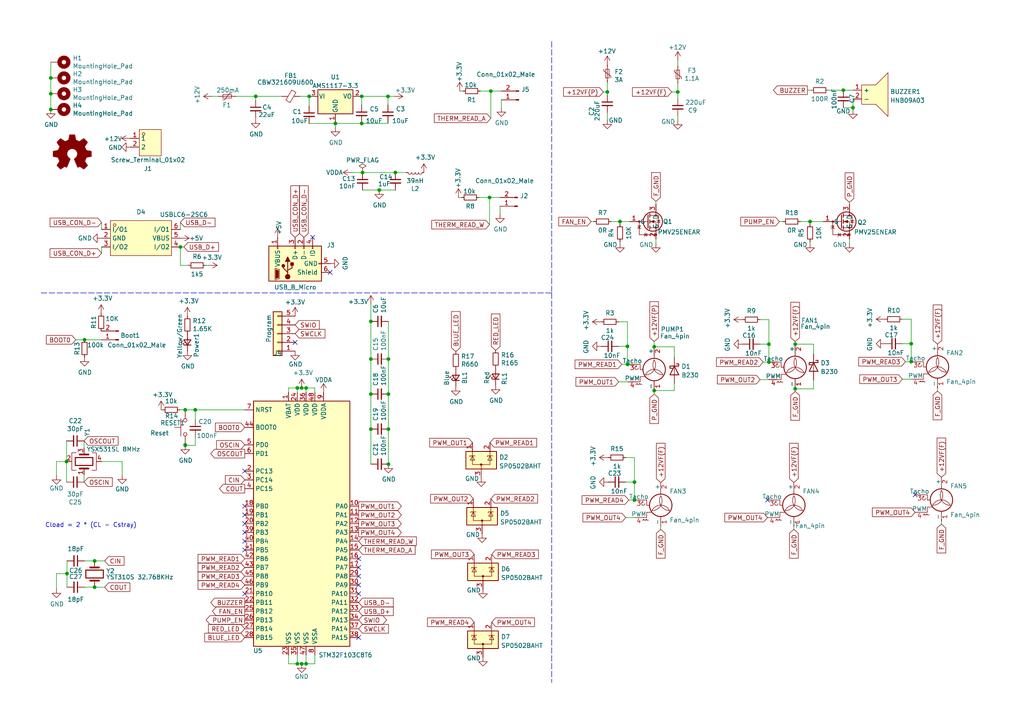
<source format=kicad_sch>
(kicad_sch (version 20211123) (generator eeschema)
  (paper "A4")
  (title_block (title "Opilio") (date "2022-08-15") (rev "4.0"))
  (junction (at 234.95 64.262))
  (junction (at 230.632 99.822))
  (junction (at 247.396 31.242))
  (junction (at 86.233 112.522))
  (junction (at 179.832 64.262))
  (junction (at 184.023 145.034))
  (junction (at 88.773 112.522))
  (junction (at 53.721 118.872))
  (junction (at 230.632 112.776))
  (junction (at 184.023 139.827))
  (junction (at 182.118 105.664))
  (junction (at 87.503 192.532))
  (junction (at 244.602 26.162))
  (junction (at 19.431 166.37))
  (junction (at 264.287 99.695))
  (junction (at 74.168 27.94))
  (junction (at 107.569 114.3))
  (junction (at 114.681 50.038))
  (junction (at 112.649 134.62))
  (junction (at 112.649 124.46))
  (junction (at 181.991 105.664))
  (junction (at 52.324 71.628))
  (junction (at 27.432 170.307))
  (junction (at 88.773 192.532))
  (junction (at 107.569 124.46))
  (junction (at 189.738 113.284))
  (junction (at 189.738 100.584))
  (junction (at 86.233 192.532))
  (junction (at 141.986 57.277))
  (junction (at 89.662 27.94))
  (junction (at 105.156 50.038))
  (junction (at 112.522 27.94))
  (junction (at 97.282 35.814))
  (junction (at 104.902 27.94))
  (junction (at 112.649 114.3))
  (junction (at 107.569 104.14))
  (junction (at 14.732 27.178))
  (junction (at 56.642 118.872))
  (junction (at 142.367 26.416))
  (junction (at 112.649 104.14))
  (junction (at 19.304 133.858))
  (junction (at 223.012 99.822))
  (junction (at 181.991 100.457))
  (junction (at 14.732 22.606))
  (junction (at 176.149 26.67))
  (junction (at 87.503 112.522))
  (junction (at 53.721 129.032))
  (junction (at 24.511 98.552))
  (junction (at 109.982 55.118))
  (junction (at 14.732 31.75))
  (junction (at 107.569 93.218))
  (junction (at 27.432 162.687))
  (junction (at 104.902 35.814))
  (junction (at 223.012 105.029))
  (junction (at 264.287 104.902))
  (junction (at 196.596 26.67))
  (junction (at 53.721 129.159))
  (no_connect (at 70.993 136.652))
  (no_connect (at 90.678 68.834))
  (no_connect (at 222.631 145.034))
  (no_connect (at 70.993 156.972))
  (no_connect (at 95.758 78.994))
  (no_connect (at 104.013 162.052))
  (no_connect (at 70.993 149.352))
  (no_connect (at 104.013 167.132))
  (no_connect (at 70.993 159.512))
  (no_connect (at 104.013 172.212))
  (no_connect (at 70.993 172.212))
  (no_connect (at 104.013 169.672))
  (no_connect (at 70.993 151.892))
  (no_connect (at 85.598 99.314))
  (no_connect (at 265.43 143.51))
  (no_connect (at 104.013 184.912))
  (no_connect (at 70.993 146.812))
  (no_connect (at 104.013 164.592))
  (no_connect (at 70.993 154.432))
  (wire (pts (xy 102.108 50.038) (xy 105.156 50.038)))
  (wire (pts (xy 56.642 126.746) (xy 56.642 129.159)))
  (wire (pts (xy 182.118 105.664) (xy 181.991 105.664)))
  (wire (pts (xy 88.773 192.532) (xy 91.313 192.532)))
  (wire (pts (xy 234.95 64.262) (xy 234.95 65.024)))
  (wire (pts (xy 105.156 50.038) (xy 114.681 50.038)))
  (wire (pts (xy 273.05 151.13) (xy 273.05 152.019)))
  (wire (pts (xy 141.986 57.277) (xy 145.034 57.277)))
  (wire (pts (xy 142.367 34.29) (xy 142.367 26.416)))
  (wire (pts (xy 230.632 99.822) (xy 230.632 99.949)))
  (wire (pts (xy 179.832 70.612) (xy 179.832 70.104)))
  (wire (pts (xy 59.69 76.962) (xy 60.452 76.962)))
  (wire (pts (xy 234.95 70.104) (xy 234.95 70.612)))
  (wire (pts (xy 181.991 93.345) (xy 179.451 93.345)))
  (wire (pts (xy 176.149 34.798) (xy 176.149 32.639)))
  (wire (pts (xy 97.282 35.814) (xy 97.282 35.56)))
  (wire (pts (xy 271.907 112.522) (xy 271.907 113.411)))
  (wire (pts (xy 29.464 133.858) (xy 35.433 133.858)))
  (wire (pts (xy 264.287 109.982) (xy 261.747 109.982)))
  (wire (pts (xy 244.602 26.162) (xy 247.396 26.162)))
  (wire (pts (xy 235.966 99.822) (xy 230.632 99.822)))
  (wire (pts (xy 226.06 64.262) (xy 227.076 64.262)))
  (wire (pts (xy 91.313 192.532) (xy 91.313 189.992)))
  (wire (pts (xy 145.034 59.817) (xy 145.034 62.103)))
  (wire (pts (xy 261.747 99.695) (xy 264.287 99.695)))
  (wire (pts (xy 196.596 33.655) (xy 196.596 34.925)))
  (wire (pts (xy 138.938 57.277) (xy 141.986 57.277)))
  (wire (pts (xy 27.432 170.307) (xy 30.353 170.307)))
  (wire (pts (xy 109.982 55.118) (xy 114.681 55.118)))
  (wire (pts (xy 97.282 36.957) (xy 97.282 35.814)))
  (wire (pts (xy 184.023 139.827) (xy 184.023 132.715)))
  (wire (pts (xy 61.595 27.94) (xy 63.373 27.94)))
  (wire (pts (xy 132.969 57.277) (xy 133.858 57.277)))
  (wire (pts (xy 181.483 139.827) (xy 184.023 139.827)))
  (wire (pts (xy 179.832 64.262) (xy 182.626 64.262)))
  (wire (pts (xy 86.233 112.522) (xy 87.503 112.522)))
  (wire (pts (xy 83.693 112.522) (xy 83.693 113.792)))
  (wire (pts (xy 264.287 104.902) (xy 262.636 104.902)))
  (wire (pts (xy 87.503 112.522) (xy 88.773 112.522)))
  (wire (pts (xy 184.023 145.034) (xy 184.023 139.827)))
  (wire (pts (xy 196.596 26.67) (xy 196.596 24.13)))
  (wire (pts (xy 181.991 105.664) (xy 180.34 105.664)))
  (wire (pts (xy 195.58 111.252) (xy 195.58 113.284)))
  (wire (pts (xy 56.642 129.159) (xy 53.721 129.159)))
  (wire (pts (xy 112.522 35.814) (xy 104.902 35.814)))
  (wire (pts (xy 112.522 27.94) (xy 112.522 30.48)))
  (wire (pts (xy 87.503 192.532) (xy 88.773 192.532)))
  (wire (pts (xy 19.304 133.858) (xy 19.304 127.889)))
  (wire (pts (xy 53.721 129.159) (xy 53.721 129.032)))
  (wire (pts (xy 176.149 27.559) (xy 176.149 26.67)))
  (wire (pts (xy 86.233 192.532) (xy 87.503 192.532)))
  (wire (pts (xy 112.522 35.56) (xy 112.522 35.814)))
  (wire (pts (xy 235.966 112.776) (xy 230.632 112.776)))
  (wire (pts (xy 24.384 139.827) (xy 24.384 137.668)))
  (wire (pts (xy 230.632 112.649) (xy 230.632 112.776)))
  (wire (pts (xy 52.324 76.962) (xy 52.324 71.628)))
  (wire (pts (xy 235.966 110.236) (xy 235.966 112.776)))
  (wire (pts (xy 240.284 26.162) (xy 244.602 26.162)))
  (wire (pts (xy 83.693 192.532) (xy 86.233 192.532)))
  (wire (pts (xy 52.324 71.628) (xy 53.34 71.628)))
  (wire (pts (xy 16.383 133.858) (xy 16.383 137.922)))
  (wire (pts (xy 114.3 27.94) (xy 112.522 27.94)))
  (wire (pts (xy 88.773 112.522) (xy 88.773 113.792)))
  (wire (pts (xy 86.233 112.522) (xy 86.233 113.792)))
  (wire (pts (xy 264.287 104.902) (xy 264.287 99.695)))
  (wire (pts (xy 234.95 64.262) (xy 238.76 64.262)))
  (wire (pts (xy 177.292 64.262) (xy 179.832 64.262)))
  (wire (pts (xy 56.642 118.872) (xy 56.642 121.666)))
  (wire (pts (xy 230.632 112.776) (xy 230.632 113.538)))
  (wire (pts (xy 114.681 50.038) (xy 117.856 50.038)))
  (wire (pts (xy 194.818 26.67) (xy 196.596 26.67)))
  (wire (pts (xy 223.012 105.029) (xy 223.012 99.822)))
  (wire (pts (xy 195.58 113.284) (xy 189.738 113.284)))
  (wire (pts (xy 91.313 112.522) (xy 91.313 113.792)))
  (wire (pts (xy 181.991 105.664) (xy 181.991 100.457)))
  (wire (pts (xy 133.35 26.416) (xy 134.239 26.416)))
  (wire (pts (xy 83.693 189.992) (xy 83.693 192.532)))
  (wire (pts (xy 112.649 93.218) (xy 112.649 104.14)))
  (wire (pts (xy 176.149 26.67) (xy 175.006 26.67)))
  (wire (pts (xy 112.522 27.94) (xy 104.902 27.94)))
  (wire (pts (xy 21.971 98.552) (xy 24.511 98.552)))
  (wire (pts (xy 195.58 103.632) (xy 195.58 100.584)))
  (wire (pts (xy 19.304 139.827) (xy 19.304 133.858)))
  (wire (pts (xy 107.569 134.62) (xy 107.569 124.46)))
  (wire (pts (xy 56.642 118.872) (xy 70.993 118.872)))
  (wire (pts (xy 24.384 130.048) (xy 24.384 127.889)))
  (wire (pts (xy 181.991 100.457) (xy 181.991 93.345)))
  (wire (pts (xy 19.431 166.37) (xy 19.431 170.307)))
  (wire (pts (xy 105.156 55.118) (xy 109.982 55.118)))
  (wire (pts (xy 54.61 76.962) (xy 52.324 76.962)))
  (wire (pts (xy 97.282 35.814) (xy 104.902 35.814)))
  (wire (pts (xy 107.569 114.3) (xy 107.569 104.14)))
  (wire (pts (xy 176.149 26.67) (xy 176.149 23.876)))
  (wire (pts (xy 112.649 134.62) (xy 112.649 124.46)))
  (wire (pts (xy 52.197 118.872) (xy 53.721 118.872)))
  (wire (pts (xy 14.732 27.178) (xy 14.732 31.75)))
  (wire (pts (xy 74.168 34.544) (xy 74.168 34.163)))
  (wire (pts (xy 196.596 19.05) (xy 196.596 17.526)))
  (wire (pts (xy 142.367 26.416) (xy 145.415 26.416)))
  (wire (pts (xy 191.643 152.654) (xy 191.643 153.543)))
  (wire (pts (xy 107.569 88.265) (xy 107.569 93.218)))
  (wire (pts (xy 182.118 110.744) (xy 179.451 110.744)))
  (wire (pts (xy 16.383 133.858) (xy 19.304 133.858)))
  (wire (pts (xy 86.868 27.94) (xy 89.662 27.94)))
  (wire (pts (xy 107.569 124.46) (xy 107.569 114.3)))
  (polyline (pts (xy 160.02 84.963) (xy 160.02 197.993)))
  (wire (pts (xy 24.511 170.307) (xy 27.432 170.307)))
  (wire (pts (xy 235.966 102.616) (xy 235.966 99.822)))
  (wire (pts (xy 189.738 113.284) (xy 189.738 114.3)))
  (wire (pts (xy 16.383 166.37) (xy 19.431 166.37)))
  (wire (pts (xy 104.902 30.48) (xy 104.902 27.94)))
  (wire (pts (xy 246.38 58.674) (xy 246.38 59.182)))
  (wire (pts (xy 244.602 31.242) (xy 247.396 31.242)))
  (wire (pts (xy 86.233 189.992) (xy 86.233 192.532)))
  (wire (pts (xy 139.319 26.416) (xy 142.367 26.416)))
  (wire (pts (xy 46.736 118.872) (xy 47.117 118.872)))
  (wire (pts (xy 223.012 92.71) (xy 220.472 92.71)))
  (wire (pts (xy 24.511 98.552) (xy 29.337 98.552)))
  (wire (pts (xy 88.773 112.522) (xy 91.313 112.522)))
  (polyline (pts (xy 160.02 12.065) (xy 160.02 84.963)))
  (wire (pts (xy 171.45 64.262) (xy 172.212 64.262)))
  (wire (pts (xy 107.569 93.218) (xy 107.569 104.14)))
  (wire (pts (xy 264.287 99.695) (xy 264.287 92.583)))
  (wire (pts (xy 179.451 100.457) (xy 181.991 100.457)))
  (wire (pts (xy 232.156 64.262) (xy 234.95 64.262)))
  (wire (pts (xy 52.324 64.516) (xy 52.324 66.548)))
  (wire (pts (xy 246.38 70.612) (xy 246.38 69.342)))
  (wire (pts (xy 14.732 18.034) (xy 14.732 22.606)))
  (wire (pts (xy 230.251 152.654) (xy 230.251 153.543)))
  (wire (pts (xy 29.464 73.406) (xy 29.464 71.628)))
  (wire (pts (xy 19.431 162.687) (xy 19.431 166.37)))
  (wire (pts (xy 83.693 112.522) (xy 86.233 112.522)))
  (wire (pts (xy 16.383 170.815) (xy 16.383 166.37)))
  (wire (pts (xy 24.511 162.687) (xy 27.432 162.687)))
  (wire (pts (xy 196.596 28.575) (xy 196.596 26.67)))
  (wire (pts (xy 53.721 118.872) (xy 56.642 118.872)))
  (wire (pts (xy 223.012 99.822) (xy 223.012 92.71)))
  (wire (pts (xy 247.396 31.242) (xy 247.396 28.702)))
  (wire (pts (xy 68.453 27.94) (xy 74.168 27.94)))
  (wire (pts (xy 223.012 105.029) (xy 221.361 105.029)))
  (wire (pts (xy 74.168 27.94) (xy 74.168 29.083)))
  (wire (pts (xy 29.464 64.516) (xy 29.464 66.548)))
  (wire (pts (xy 264.287 92.583) (xy 261.747 92.583)))
  (wire (pts (xy 14.732 22.606) (xy 14.732 27.178)))
  (wire (pts (xy 223.012 110.109) (xy 220.472 110.109)))
  (wire (pts (xy 27.432 162.687) (xy 30.353 162.687)))
  (wire (pts (xy 190.246 58.42) (xy 190.246 59.182)))
  (wire (pts (xy 104.902 35.56) (xy 104.902 35.814)))
  (wire (pts (xy 89.662 35.814) (xy 97.282 35.814)))
  (wire (pts (xy 220.472 99.822) (xy 223.012 99.822)))
  (wire (pts (xy 195.58 100.584) (xy 189.738 100.584)))
  (wire (pts (xy 89.662 27.94) (xy 89.662 30.734)))
  (wire (pts (xy 189.738 99.06) (xy 189.738 100.584)))
  (wire (pts (xy 145.415 28.956) (xy 145.415 31.242)))
  (wire (pts (xy 112.649 124.46) (xy 112.649 114.3)))
  (wire (pts (xy 184.023 132.715) (xy 181.483 132.715)))
  (wire (pts (xy 247.396 31.877) (xy 247.396 31.242)))
  (wire (pts (xy 190.246 70.612) (xy 190.246 69.342)))
  (wire (pts (xy 35.433 137.795) (xy 35.433 133.858)))
  (polyline (pts (xy 11.938 84.963) (xy 160.02 84.963)))
  (wire (pts (xy 74.168 27.94) (xy 81.788 27.94)))
  (wire (pts (xy 88.773 189.992) (xy 88.773 192.532)))
  (wire (pts (xy 184.023 145.034) (xy 182.372 145.034)))
  (wire (pts (xy 179.832 65.024) (xy 179.832 64.262)))
  (wire (pts (xy 234.188 26.162) (xy 235.204 26.162)))
  (wire (pts (xy 230.632 99.06) (xy 230.632 99.822)))
  (wire (pts (xy 184.023 150.114) (xy 181.483 150.114)))
  (wire (pts (xy 141.986 65.151) (xy 141.986 57.277)))
  (wire (pts (xy 112.649 114.3) (xy 112.649 104.14)))
  (text "Cload = 2 * (CL - Cstray)" (at 13.081 153.162 0) (effects (font (size 1.27 1.27)) (justify left bottom)))
  (global_label "PWM_OUT3" (shape input) (at 261.747 109.982 180) (property "Intersheet References" "${INTERSHEET_REFS}" (effects hide)))
  (global_label "F_GND" (shape input) (at 271.907 113.411 270) (property "Intersheet References" "${INTERSHEET_REFS}" (effects hide)))
  (global_label "BUZZER" (shape output) (at 70.993 174.752 180) (property "Intersheet References" "${INTERSHEET_REFS}" (effects hide)))
  (global_label "PWM_OUT1" (shape input) (at 137.033 128.397 180) (property "Intersheet References" "${INTERSHEET_REFS}" (effects hide)))
  (global_label "+12VF(F)" (shape input) (at 194.818 26.67 180) (property "Intersheet References" "${INTERSHEET_REFS}" (effects hide)))
  (global_label "PWM_READ2" (shape input) (at 142.367 144.653 0) (property "Intersheet References" "${INTERSHEET_REFS}" (effects hide)))
  (global_label "OSCOUT" (shape input) (at 24.384 127.889 0) (property "Intersheet References" "${INTERSHEET_REFS}" (effects hide)))
  (global_label "OSCOUT" (shape output) (at 70.993 131.572 180) (property "Intersheet References" "${INTERSHEET_REFS}" (effects hide)))
  (global_label "USB_CON_D-" (shape input) (at 29.464 64.516 180) (property "Intersheet References" "${INTERSHEET_REFS}" (effects hide)))
  (global_label "PUMP_EN" (shape input) (at 226.06 64.262 180) (property "Intersheet References" "${INTERSHEET_REFS}" (effects hide)))
  (global_label "RED_LED" (shape input) (at 70.993 182.372 180) (property "Intersheet References" "${INTERSHEET_REFS}" (effects hide)))
  (global_label "PWM_OUT4" (shape input) (at 181.483 150.114 180) (property "Intersheet References" "${INTERSHEET_REFS}" (effects hide)))
  (global_label "PWM_READ3" (shape input) (at 142.621 160.782 0) (property "Intersheet References" "${INTERSHEET_REFS}" (effects hide)))
  (global_label "PWM_OUT3" (shape input) (at 137.541 160.782 180) (property "Intersheet References" "${INTERSHEET_REFS}" (effects hide)))
  (global_label "COUT" (shape output) (at 70.993 141.732 180) (property "Intersheet References" "${INTERSHEET_REFS}" (effects hide)))
  (global_label "P_GND" (shape input) (at 189.738 114.3 270) (property "Intersheet References" "${INTERSHEET_REFS}" (effects hide)))
  (global_label "USB_CON_D+" (shape input) (at 29.464 73.406 180) (property "Intersheet References" "${INTERSHEET_REFS}" (effects hide)))
  (global_label "F_GND" (shape input) (at 273.05 152.019 270) (property "Intersheet References" "${INTERSHEET_REFS}" (effects hide)))
  (global_label "SWIO" (shape input) (at 85.598 94.234 0) (property "Intersheet References" "${INTERSHEET_REFS}" (effects hide)))
  (global_label "BUZZER" (shape output) (at 234.188 26.162 180) (property "Intersheet References" "${INTERSHEET_REFS}" (effects hide)))
  (global_label "PWM_READ2" (shape input) (at 70.993 164.592 180) (property "Intersheet References" "${INTERSHEET_REFS}" (effects hide)))
  (global_label "P_GND" (shape input) (at 246.38 58.674 90) (property "Intersheet References" "${INTERSHEET_REFS}" (effects hide)))
  (global_label "+12VF(P)" (shape input) (at 189.738 99.06 90) (property "Intersheet References" "${INTERSHEET_REFS}" (effects hide)))
  (global_label "PWM_OUT4" (shape input) (at 222.631 150.114 180) (property "Intersheet References" "${INTERSHEET_REFS}" (effects hide)))
  (global_label "THERM_READ_W" (shape input) (at 141.986 65.151 180) (property "Intersheet References" "${INTERSHEET_REFS}" (effects hide)))
  (global_label "+12VF(F)" (shape input) (at 271.907 99.822 90) (property "Intersheet References" "${INTERSHEET_REFS}" (effects hide)))
  (global_label "PWM_READ1" (shape input) (at 142.113 128.397 0) (property "Intersheet References" "${INTERSHEET_REFS}" (effects hide)))
  (global_label "PWM_READ3" (shape input) (at 262.636 104.902 180) (property "Intersheet References" "${INTERSHEET_REFS}" (effects hide)))
  (global_label "F_GND" (shape input) (at 230.251 153.543 270) (property "Intersheet References" "${INTERSHEET_REFS}" (effects hide)))
  (global_label "PWM_OUT1" (shape output) (at 104.013 146.812 0) (property "Intersheet References" "${INTERSHEET_REFS}" (effects hide)))
  (global_label "USB_D+" (shape input) (at 104.013 177.292 0) (property "Intersheet References" "${INTERSHEET_REFS}" (effects hide)))
  (global_label "BLUE_LED" (shape input) (at 70.993 184.912 180) (property "Intersheet References" "${INTERSHEET_REFS}" (effects hide)))
  (global_label "+12VF(F)" (shape input) (at 230.251 139.954 90) (property "Intersheet References" "${INTERSHEET_REFS}" (effects hide)))
  (global_label "PWM_OUT4" (shape input) (at 265.43 148.59 180) (property "Intersheet References" "${INTERSHEET_REFS}" (effects hide)))
  (global_label "+12VF(F)" (shape input) (at 191.643 139.954 90) (property "Intersheet References" "${INTERSHEET_REFS}" (effects hide)))
  (global_label "RED_LED" (shape input) (at 143.764 101.6 90) (property "Intersheet References" "${INTERSHEET_REFS}" (effects hide)))
  (global_label "THERM_READ_A" (shape input) (at 104.013 159.512 0) (property "Intersheet References" "${INTERSHEET_REFS}" (effects hide)))
  (global_label "SWIO" (shape bidirectional) (at 104.013 179.832 0) (property "Intersheet References" "${INTERSHEET_REFS}" (effects hide)))
  (global_label "BOOT0" (shape input) (at 70.993 123.952 180) (property "Intersheet References" "${INTERSHEET_REFS}" (effects hide)))
  (global_label "SWCLK" (shape input) (at 85.598 96.774 0) (property "Intersheet References" "${INTERSHEET_REFS}" (effects hide)))
  (global_label "FAN_EN" (shape output) (at 70.993 177.292 180) (property "Intersheet References" "${INTERSHEET_REFS}" (effects hide)))
  (global_label "PWM_READ1" (shape input) (at 180.34 105.664 180) (property "Intersheet References" "${INTERSHEET_REFS}" (effects hide)))
  (global_label "PWM_READ4" (shape input) (at 137.541 180.467 180) (property "Intersheet References" "${INTERSHEET_REFS}" (effects hide)))
  (global_label "F_GND" (shape input) (at 190.246 58.42 90) (property "Intersheet References" "${INTERSHEET_REFS}" (effects hide)))
  (global_label "PWM_OUT4" (shape input) (at 142.621 180.467 0) (property "Intersheet References" "${INTERSHEET_REFS}" (effects hide)))
  (global_label "FAN_EN" (shape input) (at 171.45 64.262 180) (property "Intersheet References" "${INTERSHEET_REFS}" (effects hide)))
  (global_label "BOOT0" (shape input) (at 21.971 98.552 180) (property "Intersheet References" "${INTERSHEET_REFS}" (effects hide)))
  (global_label "OSCIN" (shape input) (at 70.993 129.032 180) (property "Intersheet References" "${INTERSHEET_REFS}" (effects hide)))
  (global_label "OSCIN" (shape input) (at 24.384 139.827 0) (property "Intersheet References" "${INTERSHEET_REFS}" (effects hide)))
  (global_label "PWM_OUT1" (shape input) (at 179.451 110.744 180) (property "Intersheet References" "${INTERSHEET_REFS}" (effects hide)))
  (global_label "USB_D-" (shape input) (at 104.013 174.752 0) (property "Intersheet References" "${INTERSHEET_REFS}" (effects hide)))
  (global_label "CIN" (shape input) (at 30.353 162.687 0) (property "Intersheet References" "${INTERSHEET_REFS}" (effects hide)))
  (global_label "USB_CON_D+" (shape input) (at 85.598 68.834 90) (property "Intersheet References" "${INTERSHEET_REFS}" (effects hide)))
  (global_label "PWM_READ2" (shape input) (at 221.361 105.029 180) (property "Intersheet References" "${INTERSHEET_REFS}" (effects hide)))
  (global_label "USB_D-" (shape input) (at 52.324 64.516 0) (property "Intersheet References" "${INTERSHEET_REFS}" (effects hide)))
  (global_label "PWM_READ4" (shape input) (at 182.372 145.034 180) (property "Intersheet References" "${INTERSHEET_REFS}" (effects hide)))
  (global_label "BLUE_LED" (shape input) (at 132.207 101.981 90) (property "Intersheet References" "${INTERSHEET_REFS}" (effects hide)))
  (global_label "PWM_OUT2" (shape input) (at 220.472 110.109 180) (property "Intersheet References" "${INTERSHEET_REFS}" (effects hide)))
  (global_label "USB_CON_D-" (shape input) (at 88.138 68.834 90) (property "Intersheet References" "${INTERSHEET_REFS}" (effects hide)))
  (global_label "PWM_READ4" (shape input) (at 70.993 169.672 180) (property "Intersheet References" "${INTERSHEET_REFS}" (effects hide)))
  (global_label "PUMP_EN" (shape output) (at 70.993 179.832 180) (property "Intersheet References" "${INTERSHEET_REFS}" (effects hide)))
  (global_label "PWM_OUT3" (shape output) (at 104.013 151.892 0) (property "Intersheet References" "${INTERSHEET_REFS}" (effects hide)))
  (global_label "PWM_READ1" (shape input) (at 70.993 162.052 180) (property "Intersheet References" "${INTERSHEET_REFS}" (effects hide)))
  (global_label "PWM_OUT2" (shape output) (at 104.013 149.352 0) (property "Intersheet References" "${INTERSHEET_REFS}" (effects hide)))
  (global_label "CIN" (shape input) (at 70.993 139.192 180) (property "Intersheet References" "${INTERSHEET_REFS}" (effects hide)))
  (global_label "PWM_READ3" (shape input) (at 70.993 167.132 180) (property "Intersheet References" "${INTERSHEET_REFS}" (effects hide)))
  (global_label "+12VF(P)" (shape input) (at 175.006 26.67 180) (property "Intersheet References" "${INTERSHEET_REFS}" (effects hide)))
  (global_label "PWM_OUT2" (shape input) (at 137.287 144.653 180) (property "Intersheet References" "${INTERSHEET_REFS}" (effects hide)))
  (global_label "THERM_READ_W" (shape input) (at 104.013 156.972 0) (property "Intersheet References" "${INTERSHEET_REFS}" (effects hide)))
  (global_label "F_GND" (shape input) (at 191.643 153.543 270) (property "Intersheet References" "${INTERSHEET_REFS}" (effects hide)))
  (global_label "COUT" (shape input) (at 30.353 170.307 0) (property "Intersheet References" "${INTERSHEET_REFS}" (effects hide)))
  (global_label "USB_D+" (shape input) (at 53.34 71.628 0) (property "Intersheet References" "${INTERSHEET_REFS}" (effects hide)))
  (global_label "PWM_OUT4" (shape output) (at 104.013 154.432 0) (property "Intersheet References" "${INTERSHEET_REFS}" (effects hide)))
  (global_label "+12VF(F)" (shape input) (at 230.632 99.06 90) (property "Intersheet References" "${INTERSHEET_REFS}" (effects hide)))
  (global_label "SWCLK" (shape input) (at 104.013 182.372 0) (property "Intersheet References" "${INTERSHEET_REFS}" (effects hide)))
  (global_label "+12VF(F)" (shape input) (at 273.05 138.43 90) (property "Intersheet References" "${INTERSHEET_REFS}" (effects hide)))
  (global_label "F_GND" (shape input) (at 230.632 113.538 270) (property "Intersheet References" "${INTERSHEET_REFS}" (effects hide)))
  (global_label "THERM_READ_A" (shape input) (at 142.367 34.29 180) (property "Intersheet References" "${INTERSHEET_REFS}" (effects hide)))
  (symbol (lib_id "Device:R_Small") (at 49.657 118.872 90) (unit 1)
    (property "Reference" "R14" (at 49.784 120.65 90))
    (property "Value" "10k" (at 49.657 116.332 90))
    (property "Footprint" "Resistor_SMD:R_0603_1608Metric_Pad0.98x0.95mm_HandSolder" (effects hide))
  )
  (symbol (lib_id "Mechanical:MountingHole_Pad") (at 17.272 27.178 270) (unit 1)
    (property "Reference" "H3" (at 21.082 26.0096 90) (effects (justify left)))
    (property "Value" "MountingHole_Pad" (at 21.082 28.321 90) (effects (justify left)))
    (property "Footprint" "MountingHole:MountingHole_3mm_Pad_Via" (effects hide))
  )
  (symbol (lib_id "power:VDDA") (at 102.108 50.038 90) (unit 1)
    (property "Reference" "#PWR027" (effects hide))
    (property "Value" "VDDA" (at 97.028 50.038 90))
  )
  (symbol (lib_id "power:+3.3V") (at 133.35 26.416 0) (unit 1)
    (property "Reference" "#PWR01" (effects hide))
    (property "Value" "+3.3V" (at 133.223 20.828 90))
  )
  (symbol (lib_id "Connector:Conn_01x02_Male") (at 150.495 28.956 180) (unit 1)
    (property "Reference" "J5" (at 151.2062 25.9588 0) (effects (justify right)))
    (property "Value" "Conn_01x02_Male" (at 138.176 21.59 0) (effects (justify right)))
    (property "Footprint" "Connector_PinHeader_2.54mm:PinHeader_1x02_P2.54mm_Vertical" (effects hide))
  )
  (symbol (lib_id "Power_Protection:SP0502BAHT") (at 139.827 149.733 0) (unit 1)
    (property "Reference" "D5" (at 145.034 148.8983 0) (effects (justify left)))
    (property "Value" "SP0502BAHT" (at 145.034 151.4352 0) (effects (justify left)))
    (property "Footprint" "Package_TO_SOT_SMD:SOT-23" (effects hide))
    (property "Datasheet" "http://www.littelfuse.com/~/media/files/littelfuse/technical%20resources/documents/data%20sheets/sp05xxba.pdf" (effects hide))
  )
  (symbol (lib_id "Device:R_Small") (at 143.764 104.14 0) (unit 1)
    (property "Reference" "R16" (at 145.2626 102.9716 0) (effects (justify left)))
    (property "Value" "R165" (at 145.2626 105.283 0) (effects (justify left)))
    (property "Footprint" "Resistor_SMD:R_0603_1608Metric_Pad0.98x0.95mm_HandSolder" (effects hide))
  )
  (symbol (lib_id "power:GND") (at 24.511 103.632 0) (unit 1)
    (property "Reference" "#PWR046" (effects hide))
    (property "Value" "GND" (at 24.638 108.0262 0))
  )
  (symbol (lib_id "Motor:Fan_4pin") (at 230.251 147.574 0) (unit 1)
    (property "Reference" "FAN4" (at 232.791 142.494 0) (effects (justify left)))
    (property "Value" "Fan_4pin" (at 230.632 151.765 0) (effects (justify left top)))
    (property "Footprint" "Custom:FanPinHeader_1x04_P2.54mm_Vertical_no_hole" (effects hide))
    (property "Datasheet" "http://www.formfactors.org/developer%5Cspecs%5Crev1_2_public.pdf" (effects hide))
  )
  (symbol (lib_id "power:GND") (at 145.034 62.103 0) (unit 1)
    (property "Reference" "#PWR033" (effects hide))
    (property "Value" "GND" (at 145.161 66.4972 0))
  )
  (symbol (lib_id "Device:C_Small") (at 89.662 33.274 0) (unit 1)
    (property "Reference" "C1" (at 84.836 32.385 0) (effects (justify left)))
    (property "Value" "10uF" (at 84.455 35.052 0) (effects (justify left)))
    (property "Footprint" "Capacitor_SMD:C_0603_1608Metric_Pad1.08x0.95mm_HandSolder" (effects hide))
  )
  (symbol (lib_id "Power_Protection:SP0502BAHT") (at 140.081 185.547 0) (unit 1)
    (property "Reference" "D7" (at 145.288 184.7123 0) (effects (justify left)))
    (property "Value" "SP0502BAHT" (at 145.288 187.2492 0) (effects (justify left)))
    (property "Footprint" "Package_TO_SOT_SMD:SOT-23" (effects hide))
    (property "Datasheet" "http://www.littelfuse.com/~/media/files/littelfuse/technical%20resources/documents/data%20sheets/sp05xxba.pdf" (effects hide))
  )
  (symbol (lib_id "power:GND") (at 54.356 101.854 0) (unit 1)
    (property "Reference" "#PWR039" (effects hide))
    (property "Value" "GND" (at 54.483 106.2482 0))
  )
  (symbol (lib_id "power:GND") (at 132.207 112.141 0) (unit 1)
    (property "Reference" "#PWR0102" (effects hide))
    (property "Value" "GND" (at 132.334 116.5352 0))
  )
  (symbol (lib_id "Device:C_Small") (at 217.932 99.822 90) (unit 1)
    (property "Reference" "C16" (at 219.202 97.282 90) (effects (justify left)))
    (property "Value" "10nF" (at 220.98 102.489 90) (effects (justify left)))
    (property "Footprint" "Capacitor_SMD:C_0603_1608Metric_Pad1.08x0.95mm_HandSolder" (effects hide))
  )
  (symbol (lib_id "MCU_ST_STM32F1:STM32F103C8Tx") (at 88.773 151.892 0) (unit 1)
    (property "Reference" "U5" (at 74.803 188.722 0))
    (property "Value" "STM32F103C8T6" (at 100.203 189.992 0))
    (property "Footprint" "Package_QFP:LQFP-48_7x7mm_P0.5mm" (effects hide))
    (property "Datasheet" "http://www.st.com/st-web-ui/static/active/en/resource/technical/document/datasheet/CD00161566.pdf" (effects hide))
  )
  (symbol (lib_id "power:+12V") (at 176.149 18.796 0) (unit 1)
    (property "Reference" "#PWR07" (effects hide))
    (property "Value" "+12V" (at 176.022 14.859 0))
  )
  (symbol (lib_id "easyeda:USBLC6-2P6_C2827693") (at 40.894 69.088 0) (unit 1)
    (property "Reference" "D4" (at 40.894 61.468 0))
    (property "Value" "USBLC6-2SC6" (at 53.34 62.23 0))
    (property "Footprint" "easyeda2kicad:SOT-666-6_L1.6-W1.2-P0.50-LS1.6-BL" (effects hide))
    (property "Datasheet" "https://www.st.com/resource/en/datasheet/usblc6-2.pdf" (effects hide))
    (property "Manufacturer" "TECH PUBLIC(台舟)" (effects hide))
    (property "LCSC Part" "C2827693" (effects hide))
    (property "JLC Part" "Extended Part" (effects hide))
  )
  (symbol (lib_id "power:+3.3V") (at 122.936 50.038 0) (unit 1)
    (property "Reference" "#PWR028" (effects hide))
    (property "Value" "+3.3V" (at 123.317 45.6438 0))
  )
  (symbol (lib_id "power:GND") (at 85.598 101.854 0) (unit 1)
    (property "Reference" "#PWR044" (effects hide))
    (property "Value" "GND" (at 85.725 105.664 0))
  )
  (symbol (lib_id "Device:R_Small") (at 179.832 67.564 180) (unit 1)
    (property "Reference" "R4" (at 177.292 67.564 90))
    (property "Value" "10K" (at 182.372 67.564 90))
    (property "Footprint" "Resistor_SMD:R_0603_1608Metric_Pad0.98x0.95mm_HandSolder" (effects hide))
  )
  (symbol (lib_id "Device:C_Small") (at 110.109 134.62 90) (unit 1)
    (property "Reference" "C21" (at 108.9406 132.2832 0) (effects (justify left)))
    (property "Value" "100nF" (at 111.252 132.2832 0) (effects (justify left)))
    (property "Footprint" "Capacitor_SMD:C_0603_1608Metric_Pad1.08x0.95mm_HandSolder" (effects hide))
  )
  (symbol (lib_id "Device:FerriteBead_Small") (at 84.328 27.94 270) (unit 1)
    (property "Reference" "FB1" (at 84.328 21.9202 90))
    (property "Value" "CBW321609U600" (at 82.804 23.876 90))
    (property "Footprint" "Capacitor_SMD:C_1206_3216Metric_Pad1.33x1.80mm_HandSolder" (effects hide))
  )
  (symbol (lib_id "Device:C_Small") (at 244.602 28.702 0) (unit 1)
    (property "Reference" "C7" (at 247.142 29.972 90) (effects (justify left)))
    (property "Value" "100nF" (at 241.935 31.75 90) (effects (justify left)))
    (property "Footprint" "Capacitor_SMD:C_0603_1608Metric_Pad1.08x0.95mm_HandSolder" (effects hide))
  )
  (symbol (lib_id "power:+3.3V") (at 176.403 132.715 90) (unit 1)
    (property "Reference" "#PWR052" (effects hide))
    (property "Value" "+3.3V" (at 172.0088 132.334 0))
  )
  (symbol (lib_id "power:+3.3V") (at 29.337 90.932 0) (unit 1)
    (property "Reference" "#PWR038" (effects hide))
    (property "Value" "+3.3V" (at 29.718 86.5378 0))
  )
  (symbol (lib_id "power:+3.3V") (at 256.667 92.583 90) (unit 1)
    (property "Reference" "#PWR037" (effects hide))
    (property "Value" "+3.3V" (at 252.2728 92.202 0))
  )
  (symbol (lib_id "power:+5V") (at 52.324 69.088 270) (unit 1)
    (property "Reference" "#PWR023" (effects hide))
    (property "Value" "+5V" (at 54.864 69.088 90) (effects (justify left)))
  )
  (symbol (lib_id "power:GND") (at 176.403 139.827 270) (unit 1)
    (property "Reference" "#PWR054" (effects hide))
    (property "Value" "GND" (at 172.0088 139.954 0))
  )
  (symbol (lib_id "Device:C_Small") (at 110.109 114.3 90) (unit 1)
    (property "Reference" "C18" (at 108.9406 111.9632 0) (effects (justify left)))
    (property "Value" "100nF" (at 111.252 111.9632 0) (effects (justify left)))
    (property "Footprint" "Capacitor_SMD:C_0603_1608Metric_Pad1.08x0.95mm_HandSolder" (effects hide))
  )
  (symbol (lib_id "Device:R_Small") (at 217.932 92.71 90) (unit 1)
    (property "Reference" "R9" (at 217.932 90.17 90))
    (property "Value" "1k" (at 217.932 95.25 90))
    (property "Footprint" "Resistor_SMD:R_0603_1608Metric_Pad0.98x0.95mm_HandSolder" (effects hide))
  )
  (symbol (lib_id "Device:Polyfuse_Small") (at 196.596 21.59 180) (unit 1)
    (property "Reference" "F3" (at 200.66 20.447 0))
    (property "Value" "1.1A" (at 200.66 22.7584 0))
    (property "Footprint" "Fuse:Fuse_1206_3216Metric_Pad1.42x1.75mm_HandSolder" (effects hide))
  )
  (symbol (lib_id "Device:C_Small") (at 21.971 162.687 270) (unit 1)
    (property "Reference" "C26" (at 21.971 165.481 90))
    (property "Value" "18pF" (at 21.971 159.1818 90))
    (property "Footprint" "Capacitor_SMD:C_0603_1608Metric_Pad1.08x0.95mm_HandSolder" (effects hide))
  )
  (symbol (lib_id "power:+3.3V") (at 215.392 92.71 90) (unit 1)
    (property "Reference" "#PWR036" (effects hide))
    (property "Value" "+3.3V" (at 210.9978 92.329 0))
  )
  (symbol (lib_id "power:GND") (at 143.764 111.76 0) (unit 1)
    (property "Reference" "#PWR0101" (effects hide))
    (property "Value" "GND" (at 143.891 116.1542 0))
  )
  (symbol (lib_id "Motor:Fan_4pin") (at 189.738 108.204 0) (unit 1)
    (property "Reference" "PUMP1" (at 191.643 95.504 0) (effects (justify left)))
    (property "Value" "Fan_4pin" (at 191.389 96.774 0) (effects (justify left top)))
    (property "Footprint" "Custom:FanPinHeader_1x04_P2.54mm_Vertical_no_hole" (effects hide))
    (property "Datasheet" "http://www.formfactors.org/developer%5Cspecs%5Crev1_2_public.pdf" (effects hide))
  )
  (symbol (lib_id "Device:R_Small") (at 259.207 92.583 90) (unit 1)
    (property "Reference" "R10" (at 259.207 90.043 90))
    (property "Value" "1k" (at 259.207 95.123 90))
    (property "Footprint" "Resistor_SMD:R_0603_1608Metric_Pad0.98x0.95mm_HandSolder" (effects hide))
  )
  (symbol (lib_id "Device:R_Small") (at 176.911 93.345 90) (unit 1)
    (property "Reference" "R3" (at 176.911 90.805 90))
    (property "Value" "1k" (at 176.911 95.885 90))
    (property "Footprint" "Resistor_SMD:R_0603_1608Metric_Pad0.98x0.95mm_HandSolder" (effects hide))
  )
  (symbol (lib_id "power:GND") (at 190.246 70.612 0) (unit 1)
    (property "Reference" "#PWR0110" (effects hide))
    (property "Value" "GND" (at 187.452 70.993 0))
  )
  (symbol (lib_id "Device:C_Small") (at 112.522 33.02 0) (unit 1)
    (property "Reference" "C3" (at 114.808 31.623 0) (effects (justify left)))
    (property "Value" "10uF" (at 113.665 35.052 0) (effects (justify left)))
    (property "Footprint" "Capacitor_SMD:C_0603_1608Metric_Pad1.08x0.95mm_HandSolder" (effects hide))
  )
  (symbol (lib_id "Diode:B230") (at 235.966 106.426 270) (unit 1)
    (property "Reference" "D3" (at 237.998 105.2738 90) (effects (justify left)))
    (property "Value" "B230" (at 237.998 107.8107 90) (effects (justify left)))
    (property "Footprint" "Diode_SMD:D_SMB" (effects hide))
    (property "Datasheet" "http://www.jameco.com/Jameco/Products/ProdDS/1538777.pdf" (effects hide))
  )
  (symbol (lib_id "Device:Polyfuse_Small") (at 65.913 27.94 90) (unit 1)
    (property "Reference" "F1" (at 65.786 30.48 90))
    (property "Value" "250mA" (at 66.04 26.162 90))
    (property "Footprint" "Fuse:Fuse_1206_3216Metric_Pad1.42x1.75mm_HandSolder" (effects hide))
  )
  (symbol (lib_id "Device:C_Small") (at 21.971 170.307 270) (unit 1)
    (property "Reference" "C27" (at 21.971 167.259 90))
    (property "Value" "18pF" (at 21.971 173.863 90))
    (property "Footprint" "Capacitor_SMD:C_0603_1608Metric_Pad1.08x0.95mm_HandSolder" (effects hide))
  )
  (symbol (lib_id "easyeda:HNB09A03") (at 249.936 26.162 180) (unit 1)
    (property "Reference" "BUZZER1" (at 258.191 26.5973 0) (effects (justify right)))
    (property "Value" "HNB09A03" (at 258.191 29.1342 0) (effects (justify right)))
    (property "Footprint" "easyeda2kicad:BUZ-TH_BD9.0-P5.00-D0.6-FD" (effects hide))
    (property "Datasheet" "https://lcsc.com/product-detail/Buzzers_buzzerHNB09A03_C96102.html" (effects hide))
    (property "Manufacturer" "Jiangsu Huaneng Elec" (effects hide))
    (property "LCSC Part" "C96102" (effects hide))
    (property "JLC Part" "Extended Part" (effects hide))
  )
  (symbol (lib_id "Device:R_Small") (at 178.943 132.715 90) (unit 1)
    (property "Reference" "R15" (at 178.943 130.175 90))
    (property "Value" "1k" (at 178.943 135.255 90))
    (property "Footprint" "Resistor_SMD:R_0603_1608Metric_Pad0.98x0.95mm_HandSolder" (effects hide))
  )
  (symbol (lib_id "Graphic:Logo_Open_Hardware_Small") (at 20.955 44.704 0) (unit 1)
    (property "Reference" "LOGO1" (effects hide))
    (property "Value" "Logo_Open_Hardware_Small" (effects hide))
    (property "Footprint" "Symbol:OSHW-Logo2_9.8x8mm_SilkScreen" (effects hide))
  )
  (symbol (lib_id "Power_Protection:SP0502BAHT") (at 140.081 165.862 0) (unit 1)
    (property "Reference" "D6" (at 145.288 165.0273 0) (effects (justify left)))
    (property "Value" "SP0502BAHT" (at 145.288 167.5642 0) (effects (justify left)))
    (property "Footprint" "Package_TO_SOT_SMD:SOT-23" (effects hide))
    (property "Datasheet" "http://www.littelfuse.com/~/media/files/littelfuse/technical%20resources/documents/data%20sheets/sp05xxba.pdf" (effects hide))
  )
  (symbol (lib_id "power:GND") (at 16.383 170.815 0) (unit 1)
    (property "Reference" "#PWR059" (effects hide))
    (property "Value" "GND" (at 16.51 175.2092 0))
  )
  (symbol (lib_id "Switch:SW_Push") (at 53.721 123.952 90) (unit 1)
    (property "Reference" "RESET1" (at 46.482 122.682 90) (effects (justify right)))
    (property "Value" "Reset" (at 43.561 125.603 90) (effects (justify right)))
    (property "Footprint" "easyedakicad:SW-SMD_L6.0-W3.3-LS8.0" (effects hide))
  )
  (symbol (lib_id "easyeda:JL300-50002U01") (at 42.926 41.402 0) (unit 1)
    (property "Reference" "J1" (at 42.926 48.9118 0))
    (property "Value" "Screw_Terminal_01x02" (at 42.926 46.3749 0))
    (property "Footprint" "easyeda2kicad:CONN-TH_2P-P2.54_JL300-50002U01" (effects hide))
    (property "Datasheet" "https://lcsc.com/product-detail/New-Arrivals_JILN-JL300-50002U01_C387831.html" (effects hide))
    (property "Manufacturer" "JILN" (effects hide))
    (property "LCSC Part" "C387831" (effects hide))
    (property "JLC Part" "Extended Part" (effects hide))
  )
  (symbol (lib_id "Device:R_Small") (at 174.752 64.262 90) (unit 1)
    (property "Reference" "R7" (at 174.752 61.722 90))
    (property "Value" "0R" (at 174.752 66.802 90))
    (property "Footprint" "Resistor_SMD:R_0603_1608Metric_Pad0.98x0.95mm_HandSolder" (effects hide))
  )
  (symbol (lib_id "power:+3.3V") (at 85.598 91.694 0) (unit 1)
    (property "Reference" "#PWR040" (effects hide))
    (property "Value" "+3.3V" (at 85.598 87.63 0))
  )
  (symbol (lib_id "Device:C_Small") (at 110.109 104.14 90) (unit 1)
    (property "Reference" "C15" (at 108.9406 101.8032 0) (effects (justify left)))
    (property "Value" "100nF" (at 111.252 101.8032 0) (effects (justify left)))
    (property "Footprint" "Capacitor_SMD:C_0603_1608Metric_Pad1.08x0.95mm_HandSolder" (effects hide))
  )
  (symbol (lib_id "Device:R_Small") (at 136.398 57.277 270) (unit 1)
    (property "Reference" "R8" (at 136.398 59.817 90))
    (property "Value" "10k" (at 136.144 55.499 90))
    (property "Footprint" "Resistor_SMD:R_0603_1608Metric_Pad0.98x0.95mm_HandSolder" (effects hide))
  )
  (symbol (lib_id "Device:C_Small") (at 176.149 30.099 0) (unit 1)
    (property "Reference" "C2" (at 171.577 33.655 90) (effects (justify left)))
    (property "Value" "220uF" (at 173.228 35.179 90) (effects (justify left)))
    (property "Footprint" "Capacitor_SMD:CP_Elec_6.3x7.7" (effects hide))
  )
  (symbol (lib_id "power:GND") (at 179.832 70.612 0) (unit 1)
    (property "Reference" "#PWR0114" (effects hide))
    (property "Value" "GND" (at 177.038 70.993 0))
  )
  (symbol (lib_id "Connector:Conn_01x02_Male") (at 150.114 59.817 180) (unit 1)
    (property "Reference" "J2" (at 150.8252 56.8198 0) (effects (justify right)))
    (property "Value" "Conn_01x02_Male" (at 137.795 52.451 0) (effects (justify right)))
    (property "Footprint" "Connector_PinHeader_2.54mm:PinHeader_1x02_P2.54mm_Vertical" (effects hide))
  )
  (symbol (lib_id "power:GND") (at 139.827 154.813 0) (unit 1)
    (property "Reference" "#PWR0103" (effects hide))
    (property "Value" "GND" (at 137.16 155.067 0))
  )
  (symbol (lib_id "Mechanical:MountingHole_Pad") (at 17.272 31.75 270) (unit 1)
    (property "Reference" "H4" (at 21.082 30.5816 90) (effects (justify left)))
    (property "Value" "MountingHole_Pad" (at 21.082 32.893 90) (effects (justify left)))
    (property "Footprint" "MountingHole:MountingHole_3mm_Pad_Via" (effects hide))
  )
  (symbol (lib_id "Device:C_Small") (at 56.642 124.206 0) (unit 1)
    (property "Reference" "C20" (at 57.531 122.301 0) (effects (justify left)))
    (property "Value" "100nF" (at 57.023 126.365 0) (effects (justify left)))
    (property "Footprint" "Capacitor_SMD:C_0603_1608Metric_Pad1.08x0.95mm_HandSolder" (effects hide))
  )
  (symbol (lib_id "Device:C_Small") (at 104.902 33.02 0) (unit 1)
    (property "Reference" "C5" (at 107.188 31.623 0) (effects (justify left)))
    (property "Value" "10uF" (at 106.045 35.052 0) (effects (justify left)))
    (property "Footprint" "Capacitor_SMD:C_0603_1608Metric_Pad1.08x0.95mm_HandSolder" (effects hide))
  )
  (symbol (lib_id "power:GND") (at 145.415 31.242 0) (unit 1)
    (property "Reference" "#PWR02" (effects hide))
    (property "Value" "GND" (at 145.542 35.6362 0))
  )
  (symbol (lib_id "Mechanical:MountingHole_Pad") (at 17.272 18.034 270) (unit 1)
    (property "Reference" "H1" (at 21.082 16.8656 90) (effects (justify left)))
    (property "Value" "MountingHole_Pad" (at 21.082 19.177 90) (effects (justify left)))
    (property "Footprint" "MountingHole:MountingHole_3mm_Pad_Via" (effects hide))
  )
  (symbol (lib_id "power:+3.3V") (at 54.356 91.694 0) (unit 1)
    (property "Reference" "#PWR045" (effects hide))
    (property "Value" "+3.3V" (at 54.737 87.2998 0))
  )
  (symbol (lib_id "power:GND") (at 256.667 99.695 270) (unit 1)
    (property "Reference" "#PWR043" (effects hide))
    (property "Value" "GND" (at 252.2728 99.822 0))
  )
  (symbol (lib_id "power:+3.3V") (at 87.503 112.522 0) (unit 1)
    (property "Reference" "#PWR047" (effects hide))
    (property "Value" "+3.3V" (at 87.884 108.1278 0))
  )
  (symbol (lib_id "Device:C_Small") (at 196.596 31.115 0) (unit 1)
    (property "Reference" "C9" (at 199.517 32.004 0) (effects (justify left)))
    (property "Value" "220uF" (at 198.755 29.718 0) (effects (justify left)))
    (property "Footprint" "Capacitor_SMD:CP_Elec_6.3x7.7" (effects hide))
  )
  (symbol (lib_id "Device:C_Small") (at 178.943 139.827 90) (unit 1)
    (property "Reference" "C23" (at 180.213 137.287 90) (effects (justify left)))
    (property "Value" "10nF" (at 181.991 142.494 90) (effects (justify left)))
    (property "Footprint" "Capacitor_SMD:C_0603_1608Metric_Pad1.08x0.95mm_HandSolder" (effects hide))
  )
  (symbol (lib_id "power:+3.3V") (at 132.969 57.277 0) (unit 1)
    (property "Reference" "#PWR031" (effects hide))
    (property "Value" "+3.3V" (at 132.842 51.689 90))
  )
  (symbol (lib_id "power:+3.3V") (at 60.452 76.962 270) (unit 1)
    (property "Reference" "#PWR024" (effects hide))
    (property "Value" "+3.3V" (at 61.468 74.676 90))
  )
  (symbol (lib_id "Device:C_Small") (at 21.844 127.889 270) (unit 1)
    (property "Reference" "C22" (at 21.844 122.0724 90))
    (property "Value" "30pF" (at 21.844 124.3838 90))
    (property "Footprint" "Capacitor_SMD:C_0603_1608Metric_Pad1.08x0.95mm_HandSolder" (effects hide))
  )
  (symbol (lib_id "Connector:Conn_01x02_Male") (at 34.417 98.552 180) (unit 1)
    (property "Reference" "Boot1" (at 34.925 97.282 0) (effects (justify right)))
    (property "Value" "Conn_01x02_Male" (at 31.115 100.076 0) (effects (justify right)))
    (property "Footprint" "Connector_PinHeader_2.54mm:PinHeader_1x02_P2.54mm_Vertical" (effects hide))
  )
  (symbol (lib_id "Device:C_Small") (at 110.109 93.218 90) (unit 1)
    (property "Reference" "C6" (at 108.9406 90.8812 0) (effects (justify left)))
    (property "Value" "10uF" (at 111.252 90.8812 0) (effects (justify left)))
    (property "Footprint" "Capacitor_SMD:C_0603_1608Metric_Pad1.08x0.95mm_HandSolder" (effects hide))
  )
  (symbol (lib_id "power:+12V") (at 61.595 27.94 90) (unit 1)
    (property "Reference" "#PWR05" (effects hide))
    (property "Value" "+12V" (at 57.2008 27.559 0))
  )
  (symbol (lib_id "power:GND") (at 112.649 134.62 0) (unit 1)
    (property "Reference" "#PWR050" (effects hide))
    (property "Value" "GND" (at 112.776 139.0142 0))
  )
  (symbol (lib_id "Device:LED_Small") (at 143.764 109.22 90) (unit 1)
    (property "Reference" "RL1" (at 146.304 107.95 0) (effects (justify right)))
    (property "Value" "Red" (at 141.224 107.696 0) (effects (justify right)))
    (property "Footprint" "LED_SMD:LED_0603_1608Metric_Pad1.05x0.95mm_HandSolder" (effects hide))
  )
  (symbol (lib_id "power:+5V") (at 80.518 68.834 0) (unit 1)
    (property "Reference" "#PWR029" (effects hide))
    (property "Value" "+5V" (at 80.899 68.1228 90) (effects (justify left)))
  )
  (symbol (lib_id "power:+12V") (at 196.596 17.526 0) (unit 1)
    (property "Reference" "#PWR021" (effects hide))
    (property "Value" "+12V" (at 196.469 13.716 0))
  )
  (symbol (lib_id "Mechanical:MountingHole_Pad") (at 17.272 22.606 270) (unit 1)
    (property "Reference" "H2" (at 21.082 21.4376 90) (effects (justify left)))
    (property "Value" "MountingHole_Pad" (at 21.082 23.749 90) (effects (justify left)))
    (property "Footprint" "MountingHole:MountingHole_3mm_Pad_Via" (effects hide))
  )
  (symbol (lib_id "power:GND") (at 140.081 190.627 0) (unit 1)
    (property "Reference" "#PWR0106" (effects hide))
    (property "Value" "GND" (at 137.414 190.881 0))
  )
  (symbol (lib_id "Device:LED_Small") (at 54.356 99.314 90) (unit 1)
    (property "Reference" "Power1" (at 56.9595 96.5835 0) (effects (justify right)))
    (property "Value" "Yellow/Green" (at 52.1335 90.9955 0) (effects (justify right)))
    (property "Footprint" "LED_SMD:LED_0603_1608Metric_Pad1.05x0.95mm_HandSolder" (effects hide))
  )
  (symbol (lib_id "Device:C_Small") (at 259.207 99.695 90) (unit 1)
    (property "Reference" "C17" (at 260.477 97.155 90) (effects (justify left)))
    (property "Value" "10nF" (at 262.255 102.362 90) (effects (justify left)))
    (property "Footprint" "Capacitor_SMD:C_0603_1608Metric_Pad1.08x0.95mm_HandSolder" (effects hide))
  )
  (symbol (lib_id "power:GND") (at 16.383 137.922 0) (unit 1)
    (property "Reference" "#PWR056" (effects hide))
    (property "Value" "GND" (at 16.383 141.605 0))
  )
  (symbol (lib_id "easyeda:PMV25ENEAR") (at 190.246 64.262 0) (unit 1)
    (property "Reference" "Q1" (at 192.278 64.262 0) (effects (justify left)))
    (property "Value" "PMV25ENEAR" (at 190.754 67.31 0) (effects (justify left)))
    (property "Footprint" "easyeda2kicad:SOT-23_L2.9-W1.3-P1.90-LS2.4-BR" (effects hide))
    (property "Datasheet" "https://lcsc.com/product-detail/MOSFET_Nexperia-PMV25ENEAR_C458158.html" (effects hide))
    (property "Manufacturer" "Nexperia" (effects hide))
    (property "LCSC Part" "C458158" (effects hide))
    (property "JLC Part" "Extended Part" (effects hide))
  )
  (symbol (lib_name "PMV25ENEAR_1") (lib_id "easyeda:PMV25ENEAR") (at 246.38 64.262 0) (unit 1)
    (property "Reference" "Q2" (at 248.666 64.516 0) (effects (justify left)))
    (property "Value" "PMV25ENEAR" (at 247.65 67.31 0) (effects (justify left)))
    (property "Footprint" "easyeda2kicad:SOT-23_L2.9-W1.3-P1.90-LS2.4-BR" (effects hide))
    (property "Datasheet" "https://lcsc.com/product-detail/MOSFET_Nexperia-PMV25ENEAR_C458158.html" (effects hide))
    (property "Manufacturer" "Nexperia" (effects hide))
    (property "LCSC Part" "C458158" (effects hide))
    (property "JLC Part" "Extended Part" (effects hide))
  )
  (symbol (lib_id "Device:C_Small") (at 21.844 139.827 90) (unit 1)
    (property "Reference" "C25" (at 21.844 145.6436 90))
    (property "Value" "30pF" (at 21.844 143.3322 90))
    (property "Footprint" "Capacitor_SMD:C_0603_1608Metric_Pad1.08x0.95mm_HandSolder" (effects hide))
  )
  (symbol (lib_id "Motor:Fan_4pin") (at 271.907 107.442 0) (unit 1)
    (property "Reference" "FAN2" (at 274.447 102.362 0) (effects (justify left)))
    (property "Value" "Fan_4pin" (at 274.447 109.982 0) (effects (justify left top)))
    (property "Footprint" "Custom:FanPinHeader_1x04_P2.54mm_Vertical_no_hole" (effects hide))
    (property "Datasheet" "http://www.formfactors.org/developer%5Cspecs%5Crev1_2_public.pdf" (effects hide))
  )
  (symbol (lib_id "power:PWR_FLAG") (at 105.156 50.038 0) (unit 1)
    (property "Reference" "#FLG0101" (effects hide))
    (property "Value" "PWR_FLAG" (at 105.156 46.4622 0))
  )
  (symbol (lib_id "power:GND") (at 74.168 34.544 0) (unit 1)
    (property "Reference" "#PWR03" (effects hide))
    (property "Value" "GND" (at 74.295 38.9382 0))
  )
  (symbol (lib_id "power:GND") (at 95.758 76.454 90) (unit 1)
    (property "Reference" "#PWR034" (effects hide))
    (property "Value" "GND" (at 100.1522 76.327 0))
  )
  (symbol (lib_id "Device:C_Small") (at 114.681 52.578 0) (unit 1)
    (property "Reference" "C14" (at 109.982 51.308 0) (effects (justify left)))
    (property "Value" "1uF" (at 109.601 53.34 0) (effects (justify left)))
    (property "Footprint" "Capacitor_SMD:C_0603_1608Metric_Pad1.08x0.95mm_HandSolder" (effects hide))
  )
  (symbol (lib_id "power:GND") (at 139.573 138.557 0) (unit 1)
    (property "Reference" "#PWR0105" (effects hide))
    (property "Value" "GND" (at 136.906 138.811 0))
  )
  (symbol (lib_id "power:GND") (at 53.721 129.159 0) (unit 1)
    (property "Reference" "#PWR051" (effects hide))
    (property "Value" "GND" (at 53.848 133.5532 0))
  )
  (symbol (lib_id "Device:Polyfuse_Small") (at 176.149 21.336 180) (unit 1)
    (property "Reference" "F2" (at 179.451 20.828 0))
    (property "Value" "3A" (at 179.451 23.1394 0))
    (property "Footprint" "Fuse:Fuse_1812_4532Metric_Pad1.30x3.40mm_HandSolder" (effects hide))
  )
  (symbol (lib_id "Device:L_Small") (at 120.396 50.038 270) (unit 1)
    (property "Reference" "L2" (at 120.396 54.737 90))
    (property "Value" "39nH" (at 120.396 52.4256 90))
    (property "Footprint" "Inductor_SMD:L_0805_2012Metric_Pad1.05x1.20mm_HandSolder" (effects hide))
  )
  (symbol (lib_id "Motor:Fan_4pin") (at 191.643 147.574 0) (unit 1)
    (property "Reference" "FAN3" (at 194.183 142.494 0) (effects (justify left)))
    (property "Value" "Fan_4pin" (at 194.183 150.114 0) (effects (justify left top)))
    (property "Footprint" "Custom:FanPinHeader_1x04_P2.54mm_Vertical_no_hole" (effects hide))
    (property "Datasheet" "http://www.formfactors.org/developer%5Cspecs%5Crev1_2_public.pdf" (effects hide))
  )
  (symbol (lib_id "Device:R_Small") (at 237.744 26.162 90) (unit 1)
    (property "Reference" "R2" (at 237.744 23.622 90))
    (property "Value" "100R" (at 237.744 28.702 90))
    (property "Footprint" "Resistor_SMD:R_0603_1608Metric_Pad0.98x0.95mm_HandSolder" (effects hide))
  )
  (symbol (lib_id "power:GND") (at 37.846 42.672 270) (unit 1)
    (property "Reference" "#PWR019" (effects hide))
    (property "Value" "GND" (at 33.4518 42.799 90))
  )
  (symbol (lib_id "power:GND") (at 14.732 31.75 0) (unit 1)
    (property "Reference" "#PWR013" (effects hide))
    (property "Value" "GND" (at 14.859 36.1442 0))
  )
  (symbol (lib_id "power:VDDA") (at 93.853 113.792 0) (unit 1)
    (property "Reference" "#PWR048" (effects hide))
    (property "Value" "VDDA" (at 93.853 110.1875 0))
  )
  (symbol (lib_id "Device:R_Small") (at 24.511 101.092 0) (unit 1)
    (property "Reference" "R13" (at 22.352 101.092 90))
    (property "Value" "100k" (at 27.686 100.076 0))
    (property "Footprint" "Resistor_SMD:R_0603_1608Metric_Pad0.98x0.95mm_HandSolder" (effects hide))
  )
  (symbol (lib_id "Device:R_Small") (at 57.15 76.962 270) (unit 1)
    (property "Reference" "R6" (at 57.15 74.422 90))
    (property "Value" "1k5" (at 57.15 79.502 90))
    (property "Footprint" "Resistor_SMD:R_0603_1608Metric_Pad0.98x0.95mm_HandSolder" (effects hide))
  )
  (symbol (lib_id "power:GND") (at 215.392 99.822 270) (unit 1)
    (property "Reference" "#PWR042" (effects hide))
    (property "Value" "GND" (at 210.9978 99.949 0))
  )
  (symbol (lib_id "Device:R_Small") (at 229.616 64.262 90) (unit 1)
    (property "Reference" "R18" (at 229.616 61.722 90))
    (property "Value" "0R" (at 229.616 66.802 90))
    (property "Footprint" "Resistor_SMD:R_0603_1608Metric_Pad0.98x0.95mm_HandSolder" (effects hide))
  )
  (symbol (lib_id "power:+12V") (at 37.846 40.132 90) (unit 1)
    (property "Reference" "#PWR018" (effects hide))
    (property "Value" "+12V" (at 32.766 40.259 90))
  )
  (symbol (lib_id "Device:C_Small") (at 105.156 52.578 0) (unit 1)
    (property "Reference" "C13" (at 99.187 51.816 0) (effects (justify left)))
    (property "Value" "10nF" (at 98.298 53.975 0) (effects (justify left)))
    (property "Footprint" "Capacitor_SMD:C_0603_1608Metric_Pad1.08x0.95mm_HandSolder" (effects hide))
  )
  (symbol (lib_id "Motor:Fan_4pin") (at 273.05 146.05 0) (unit 1)
    (property "Reference" "FAN5" (at 275.59 140.97 0) (effects (justify left)))
    (property "Value" "Fan_4pin" (at 275.59 148.59 0) (effects (justify left top)))
    (property "Footprint" "Custom:FanPinHeader_1x04_P2.54mm_Vertical_no_hole" (effects hide))
    (property "Datasheet" "http://www.formfactors.org/developer%5Cspecs%5Crev1_2_public.pdf" (effects hide))
  )
  (symbol (lib_id "Device:R_Small") (at 136.779 26.416 270) (unit 1)
    (property "Reference" "R1" (at 136.779 28.956 90))
    (property "Value" "10k" (at 136.525 24.638 90))
    (property "Footprint" "Resistor_SMD:R_0603_1608Metric_Pad0.98x0.95mm_HandSolder" (effects hide))
  )
  (symbol (lib_id "Regulator_Linear:AMS1117-3.3") (at 97.282 27.94 0) (unit 1)
    (property "Reference" "U1" (at 97.282 22.3352 0))
    (property "Value" "AMS1117-3.3" (at 97.282 24.8721 0))
    (property "Footprint" "Package_TO_SOT_SMD:SOT-223-3_TabPin2" (effects hide))
    (property "Datasheet" "http://www.advanced-monolithic.com/pdf/ds1117.pdf" (effects hide))
  )
  (symbol (lib_id "Device:R_Small") (at 132.207 104.521 0) (unit 1)
    (property "Reference" "R17" (at 133.7056 103.3526 0) (effects (justify left)))
    (property "Value" "R660" (at 133.7056 105.664 0) (effects (justify left)))
    (property "Footprint" "Resistor_SMD:R_0603_1608Metric_Pad0.98x0.95mm_HandSolder" (effects hide))
  )
  (symbol (lib_id "Device:C_Small") (at 74.168 31.623 0) (unit 1)
    (property "Reference" "C4" (at 76.073 31.115 0) (effects (justify left)))
    (property "Value" "22uF" (at 74.93 33.274 0) (effects (justify left)))
    (property "Footprint" "Capacitor_SMD:C_1206_3216Metric_Pad1.33x1.80mm_HandSolder" (effects hide))
  )
  (symbol (lib_id "Device:R_Small") (at 29.337 93.472 0) (unit 1)
    (property "Reference" "R11" (at 27.178 93.472 90))
    (property "Value" "10K" (at 32.512 92.456 0))
    (property "Footprint" "Resistor_SMD:R_0603_1608Metric_Pad0.98x0.95mm_HandSolder" (effects hide))
  )
  (symbol (lib_id "power:GND") (at 174.371 100.457 270) (unit 1)
    (property "Reference" "#PWR053" (effects hide))
    (property "Value" "GND" (at 169.9768 100.584 0))
  )
  (symbol (lib_id "power:GND") (at 109.982 55.118 0) (unit 1)
    (property "Reference" "#PWR032" (effects hide))
    (property "Value" "GND" (at 110.109 59.5122 0))
  )
  (symbol (lib_id "Diode:B230") (at 195.58 107.442 270) (unit 1)
    (property "Reference" "D1" (at 197.612 106.2898 90) (effects (justify left)))
    (property "Value" "B230" (at 197.612 108.8267 90) (effects (justify left)))
    (property "Footprint" "Diode_SMD:D_SMB" (effects hide))
    (property "Datasheet" "http://www.jameco.com/Jameco/Products/ProdDS/1538777.pdf" (effects hide))
  )
  (symbol (lib_id "power:+3.3V") (at 174.371 93.345 90) (unit 1)
    (property "Reference" "#PWR06" (effects hide))
    (property "Value" "+3.3V" (at 169.9768 92.964 0))
  )
  (symbol (lib_id "Connector_Generic:Conn_01x05") (at 80.518 96.774 180) (unit 1)
    (property "Reference" "J4" (at 81.788 102.362 0) (effects (justify left)))
    (property "Value" "Program" (at 77.978 91.186 90) (effects (justify left)))
    (property "Footprint" "Connector_PinHeader_2.54mm:PinHeader_1x05_P2.54mm_Vertical" (effects hide))
  )
  (symbol (lib_id "power:GND") (at 140.081 170.942 0) (unit 1)
    (property "Reference" "#PWR0104" (effects hide))
    (property "Value" "GND" (at 137.414 171.196 0))
  )
  (symbol (lib_id "Motor:Fan_4pin") (at 230.632 107.569 0) (unit 1)
    (property "Reference" "FAN1" (at 232.41 92.964 0) (effects (justify left)))
    (property "Value" "Fan_4pin" (at 232.156 93.98 0) (effects (justify left top)))
    (property "Footprint" "Custom:FanPinHeader_1x04_P2.54mm_Vertical_no_hole" (effects hide))
    (property "Datasheet" "http://www.formfactors.org/developer%5Cspecs%5Crev1_2_public.pdf" (effects hide))
  )
  (symbol (lib_id "power:+3.3V") (at 107.569 88.265 0) (unit 1)
    (property "Reference" "#PWR041" (effects hide))
    (property "Value" "+3.3V" (at 103.886 87.503 0))
  )
  (symbol (lib_id "power:GND") (at 247.396 31.877 0) (unit 1)
    (property "Reference" "#PWR04" (effects hide))
    (property "Value" "GND" (at 244.602 32.258 0))
  )
  (symbol (lib_id "Power_Protection:SP0502BAHT") (at 139.573 133.477 0) (unit 1)
    (property "Reference" "D2" (at 144.78 132.6423 0) (effects (justify left)))
    (property "Value" "SP0502BAHT" (at 144.78 135.1792 0) (effects (justify left)))
    (property "Footprint" "Package_TO_SOT_SMD:SOT-23" (effects hide))
    (property "Datasheet" "http://www.littelfuse.com/~/media/files/littelfuse/technical%20resources/documents/data%20sheets/sp05xxba.pdf" (effects hide))
  )
  (symbol (lib_id "power:GND") (at 196.596 34.925 0) (unit 1)
    (property "Reference" "#PWR0113" (effects hide))
    (property "Value" "GND" (at 193.802 35.306 0))
  )
  (symbol (lib_id "Device:Crystal_GND24") (at 24.384 133.858 90) (unit 1)
    (property "Reference" "Y1" (at 25.273 125.349 0))
    (property "Value" "YSX531SL 8MHz" (at 32.893 130.302 90))
    (property "Footprint" "Crystal:Crystal_SMD_3225-4Pin_3.2x2.5mm" (effects hide))
  )
  (symbol (lib_id "Device:C_Small") (at 110.109 124.46 90) (unit 1)
    (property "Reference" "C19" (at 108.9406 122.1232 0) (effects (justify left)))
    (property "Value" "100nF" (at 111.252 122.1232 0) (effects (justify left)))
    (property "Footprint" "Capacitor_SMD:C_0603_1608Metric_Pad1.08x0.95mm_HandSolder" (effects hide))
  )
  (symbol (lib_id "power:GND") (at 29.464 69.088 270) (unit 1)
    (property "Reference" "#PWR035" (effects hide))
    (property "Value" "GND" (at 24.638 69.088 90))
  )
  (symbol (lib_id "Device:Crystal") (at 27.432 166.497 270) (unit 1)
    (property "Reference" "Y2" (at 30.7594 165.5885 90) (effects (justify left)))
    (property "Value" "YST310S 32.768KHz" (at 30.734 167.386 90) (effects (justify left)))
    (property "Footprint" "Crystal:Crystal_SMD_3215-2Pin_3.2x1.5mm" (effects hide))
  )
  (symbol (lib_id "power:GND") (at 176.149 34.798 0) (unit 1)
    (property "Reference" "#PWR0112" (effects hide))
    (property "Value" "GND" (at 178.562 34.925 0))
  )
  (symbol (lib_id "power:GND") (at 97.282 36.957 0) (unit 1)
    (property "Reference" "#PWR0108" (effects hide))
    (property "Value" "GND" (at 97.409 41.3512 0))
  )
  (symbol (lib_id "power:+3.3V") (at 114.3 27.94 270) (unit 1)
    (property "Reference" "#PWR0107" (effects hide))
    (property "Value" "+3.3V" (at 117.475 26.162 90))
  )
  (symbol (lib_id "Device:R_Small") (at 234.95 67.564 180) (unit 1)
    (property "Reference" "R5" (at 232.41 67.564 90))
    (property "Value" "10K" (at 237.49 67.564 90))
    (property "Footprint" "Resistor_SMD:R_0603_1608Metric_Pad0.98x0.95mm_HandSolder" (effects hide))
  )
  (symbol (lib_id "power:GND") (at 234.95 70.612 0) (unit 1)
    (property "Reference" "#PWR0111" (effects hide))
    (property "Value" "GND" (at 232.156 70.993 0))
  )
  (symbol (lib_id "Connector:USB_B_Micro") (at 85.598 76.454 90) (unit 1)
    (property "Reference" "J3" (at 94.742 71.12 90) (effects (justify right)))
    (property "Value" "USB_B_Micro" (at 79.502 83.312 90) (effects (justify right)))
    (property "Footprint" "Custom:USB_Micro-B_Wuerth_629105150521_narrow_holes" (effects hide))
  )
  (symbol (lib_id "power:GND") (at 35.433 137.795 0) (unit 1)
    (property "Reference" "#PWR055" (effects hide))
    (property "Value" "GND" (at 35.433 141.859 0))
  )
  (symbol (lib_id "power:GND") (at 246.38 70.612 0) (unit 1)
    (property "Reference" "#PWR0109" (effects hide))
    (property "Value" "GND" (at 243.586 70.993 0))
  )
  (symbol (lib_id "Device:C_Small") (at 176.911 100.457 90) (unit 1)
    (property "Reference" "C24" (at 178.181 97.917 90) (effects (justify left)))
    (property "Value" "10nF" (at 179.959 103.124 90) (effects (justify left)))
    (property "Footprint" "Capacitor_SMD:C_0603_1608Metric_Pad1.08x0.95mm_HandSolder" (effects hide))
  )
  (symbol (lib_id "power:+3.3V") (at 46.736 118.872 0) (unit 1)
    (property "Reference" "#PWR049" (effects hide))
    (property "Value" "+3.3V" (at 47.117 114.4778 0))
  )
  (symbol (lib_id "power:GND") (at 87.503 192.532 0) (unit 1)
    (property "Reference" "#PWR062" (effects hide))
    (property "Value" "GND" (at 87.503 196.215 0))
  )
  (symbol (lib_id "Device:LED_Small") (at 132.207 109.601 90) (unit 1)
    (property "Reference" "BL1" (at 134.747 107.696 0) (effects (justify right)))
    (property "Value" "Blue" (at 129.54 107.442 0) (effects (justify right)))
    (property "Footprint" "LED_SMD:LED_0603_1608Metric_Pad1.05x0.95mm_HandSolder" (effects hide))
  )
  (symbol (lib_id "Device:R_Small") (at 54.356 94.234 0) (unit 1)
    (property "Reference" "R12" (at 55.8546 93.0656 0) (effects (justify left)))
    (property "Value" "1.65K" (at 55.8546 95.377 0) (effects (justify left)))
    (property "Footprint" "Resistor_SMD:R_0603_1608Metric_Pad0.98x0.95mm_HandSolder" (effects hide))
  )
)
</source>
